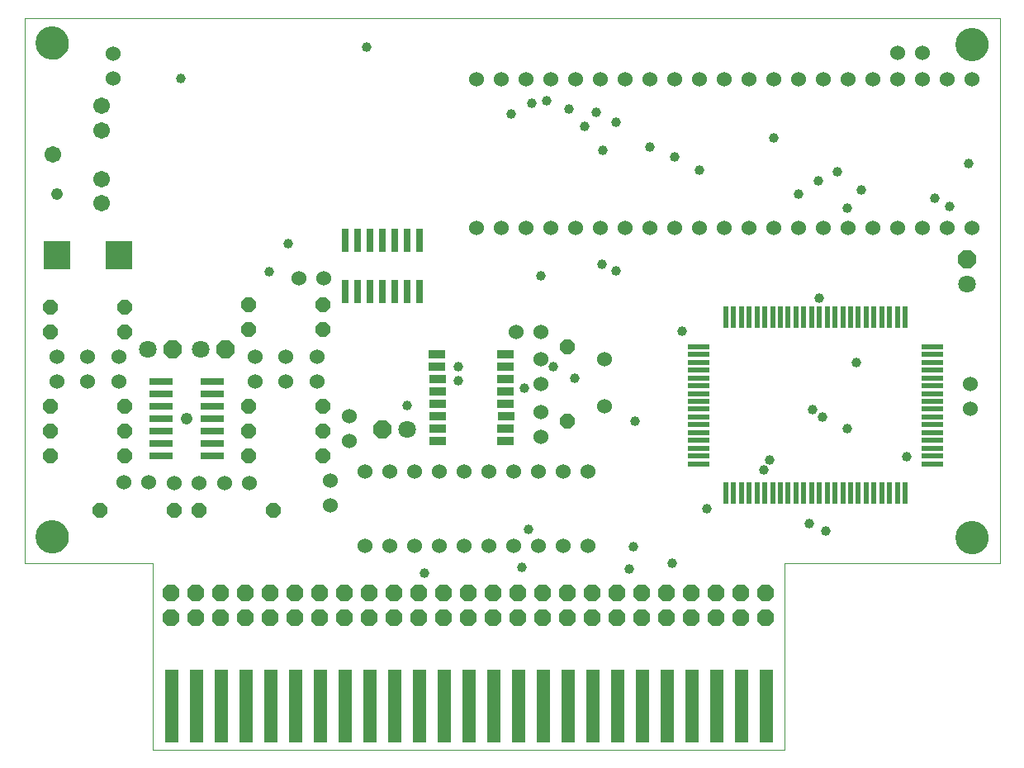
<source format=gts>
G75*
G70*
%OFA0B0*%
%FSLAX24Y24*%
%IPPOS*%
%LPD*%
%AMOC8*
5,1,8,0,0,1.08239X$1,22.5*
%
%ADD10C,0.0000*%
%ADD11R,0.0580X0.2962*%
%ADD12C,0.1340*%
%ADD13OC8,0.0680*%
%ADD14R,0.0237X0.0867*%
%ADD15R,0.0867X0.0237*%
%ADD16C,0.0600*%
%ADD17OC8,0.0600*%
%ADD18R,0.0671X0.0336*%
%ADD19R,0.0316X0.0946*%
%ADD20R,0.0946X0.0316*%
%ADD21OC8,0.0710*%
%ADD22C,0.0710*%
%ADD23C,0.0671*%
%ADD24R,0.1084X0.1143*%
%ADD25C,0.0397*%
%ADD26C,0.0476*%
D10*
X006547Y000100D02*
X006547Y007643D01*
X001362Y007643D01*
X001362Y029628D01*
X040733Y029628D01*
X040733Y007643D01*
X032047Y007643D01*
X032047Y000100D01*
X006547Y000100D01*
X001860Y008694D02*
X001862Y008744D01*
X001868Y008794D01*
X001878Y008843D01*
X001892Y008891D01*
X001909Y008938D01*
X001930Y008983D01*
X001955Y009027D01*
X001983Y009068D01*
X002015Y009107D01*
X002049Y009144D01*
X002086Y009178D01*
X002126Y009208D01*
X002168Y009235D01*
X002212Y009259D01*
X002258Y009280D01*
X002305Y009296D01*
X002353Y009309D01*
X002403Y009318D01*
X002452Y009323D01*
X002503Y009324D01*
X002553Y009321D01*
X002602Y009314D01*
X002651Y009303D01*
X002699Y009288D01*
X002745Y009270D01*
X002790Y009248D01*
X002833Y009222D01*
X002874Y009193D01*
X002913Y009161D01*
X002949Y009126D01*
X002981Y009088D01*
X003011Y009048D01*
X003038Y009005D01*
X003061Y008961D01*
X003080Y008915D01*
X003096Y008867D01*
X003108Y008818D01*
X003116Y008769D01*
X003120Y008719D01*
X003120Y008669D01*
X003116Y008619D01*
X003108Y008570D01*
X003096Y008521D01*
X003080Y008473D01*
X003061Y008427D01*
X003038Y008383D01*
X003011Y008340D01*
X002981Y008300D01*
X002949Y008262D01*
X002913Y008227D01*
X002874Y008195D01*
X002833Y008166D01*
X002790Y008140D01*
X002745Y008118D01*
X002699Y008100D01*
X002651Y008085D01*
X002602Y008074D01*
X002553Y008067D01*
X002503Y008064D01*
X002452Y008065D01*
X002403Y008070D01*
X002353Y008079D01*
X002305Y008092D01*
X002258Y008108D01*
X002212Y008129D01*
X002168Y008153D01*
X002126Y008180D01*
X002086Y008210D01*
X002049Y008244D01*
X002015Y008281D01*
X001983Y008320D01*
X001955Y008361D01*
X001930Y008405D01*
X001909Y008450D01*
X001892Y008497D01*
X001878Y008545D01*
X001868Y008594D01*
X001862Y008644D01*
X001860Y008694D01*
X001860Y028616D02*
X001862Y028666D01*
X001868Y028716D01*
X001878Y028765D01*
X001892Y028813D01*
X001909Y028860D01*
X001930Y028905D01*
X001955Y028949D01*
X001983Y028990D01*
X002015Y029029D01*
X002049Y029066D01*
X002086Y029100D01*
X002126Y029130D01*
X002168Y029157D01*
X002212Y029181D01*
X002258Y029202D01*
X002305Y029218D01*
X002353Y029231D01*
X002403Y029240D01*
X002452Y029245D01*
X002503Y029246D01*
X002553Y029243D01*
X002602Y029236D01*
X002651Y029225D01*
X002699Y029210D01*
X002745Y029192D01*
X002790Y029170D01*
X002833Y029144D01*
X002874Y029115D01*
X002913Y029083D01*
X002949Y029048D01*
X002981Y029010D01*
X003011Y028970D01*
X003038Y028927D01*
X003061Y028883D01*
X003080Y028837D01*
X003096Y028789D01*
X003108Y028740D01*
X003116Y028691D01*
X003120Y028641D01*
X003120Y028591D01*
X003116Y028541D01*
X003108Y028492D01*
X003096Y028443D01*
X003080Y028395D01*
X003061Y028349D01*
X003038Y028305D01*
X003011Y028262D01*
X002981Y028222D01*
X002949Y028184D01*
X002913Y028149D01*
X002874Y028117D01*
X002833Y028088D01*
X002790Y028062D01*
X002745Y028040D01*
X002699Y028022D01*
X002651Y028007D01*
X002602Y027996D01*
X002553Y027989D01*
X002503Y027986D01*
X002452Y027987D01*
X002403Y027992D01*
X002353Y028001D01*
X002305Y028014D01*
X002258Y028030D01*
X002212Y028051D01*
X002168Y028075D01*
X002126Y028102D01*
X002086Y028132D01*
X002049Y028166D01*
X002015Y028203D01*
X001983Y028242D01*
X001955Y028283D01*
X001930Y028327D01*
X001909Y028372D01*
X001892Y028419D01*
X001878Y028467D01*
X001868Y028516D01*
X001862Y028566D01*
X001860Y028616D01*
X038986Y028576D02*
X038988Y028626D01*
X038994Y028676D01*
X039004Y028725D01*
X039018Y028773D01*
X039035Y028820D01*
X039056Y028865D01*
X039081Y028909D01*
X039109Y028950D01*
X039141Y028989D01*
X039175Y029026D01*
X039212Y029060D01*
X039252Y029090D01*
X039294Y029117D01*
X039338Y029141D01*
X039384Y029162D01*
X039431Y029178D01*
X039479Y029191D01*
X039529Y029200D01*
X039578Y029205D01*
X039629Y029206D01*
X039679Y029203D01*
X039728Y029196D01*
X039777Y029185D01*
X039825Y029170D01*
X039871Y029152D01*
X039916Y029130D01*
X039959Y029104D01*
X040000Y029075D01*
X040039Y029043D01*
X040075Y029008D01*
X040107Y028970D01*
X040137Y028930D01*
X040164Y028887D01*
X040187Y028843D01*
X040206Y028797D01*
X040222Y028749D01*
X040234Y028700D01*
X040242Y028651D01*
X040246Y028601D01*
X040246Y028551D01*
X040242Y028501D01*
X040234Y028452D01*
X040222Y028403D01*
X040206Y028355D01*
X040187Y028309D01*
X040164Y028265D01*
X040137Y028222D01*
X040107Y028182D01*
X040075Y028144D01*
X040039Y028109D01*
X040000Y028077D01*
X039959Y028048D01*
X039916Y028022D01*
X039871Y028000D01*
X039825Y027982D01*
X039777Y027967D01*
X039728Y027956D01*
X039679Y027949D01*
X039629Y027946D01*
X039578Y027947D01*
X039529Y027952D01*
X039479Y027961D01*
X039431Y027974D01*
X039384Y027990D01*
X039338Y028011D01*
X039294Y028035D01*
X039252Y028062D01*
X039212Y028092D01*
X039175Y028126D01*
X039141Y028163D01*
X039109Y028202D01*
X039081Y028243D01*
X039056Y028287D01*
X039035Y028332D01*
X039018Y028379D01*
X039004Y028427D01*
X038994Y028476D01*
X038988Y028526D01*
X038986Y028576D01*
X038986Y008655D02*
X038988Y008705D01*
X038994Y008755D01*
X039004Y008804D01*
X039018Y008852D01*
X039035Y008899D01*
X039056Y008944D01*
X039081Y008988D01*
X039109Y009029D01*
X039141Y009068D01*
X039175Y009105D01*
X039212Y009139D01*
X039252Y009169D01*
X039294Y009196D01*
X039338Y009220D01*
X039384Y009241D01*
X039431Y009257D01*
X039479Y009270D01*
X039529Y009279D01*
X039578Y009284D01*
X039629Y009285D01*
X039679Y009282D01*
X039728Y009275D01*
X039777Y009264D01*
X039825Y009249D01*
X039871Y009231D01*
X039916Y009209D01*
X039959Y009183D01*
X040000Y009154D01*
X040039Y009122D01*
X040075Y009087D01*
X040107Y009049D01*
X040137Y009009D01*
X040164Y008966D01*
X040187Y008922D01*
X040206Y008876D01*
X040222Y008828D01*
X040234Y008779D01*
X040242Y008730D01*
X040246Y008680D01*
X040246Y008630D01*
X040242Y008580D01*
X040234Y008531D01*
X040222Y008482D01*
X040206Y008434D01*
X040187Y008388D01*
X040164Y008344D01*
X040137Y008301D01*
X040107Y008261D01*
X040075Y008223D01*
X040039Y008188D01*
X040000Y008156D01*
X039959Y008127D01*
X039916Y008101D01*
X039871Y008079D01*
X039825Y008061D01*
X039777Y008046D01*
X039728Y008035D01*
X039679Y008028D01*
X039629Y008025D01*
X039578Y008026D01*
X039529Y008031D01*
X039479Y008040D01*
X039431Y008053D01*
X039384Y008069D01*
X039338Y008090D01*
X039294Y008114D01*
X039252Y008141D01*
X039212Y008171D01*
X039175Y008205D01*
X039141Y008242D01*
X039109Y008281D01*
X039081Y008322D01*
X039056Y008366D01*
X039035Y008411D01*
X039018Y008458D01*
X039004Y008506D01*
X038994Y008555D01*
X038988Y008605D01*
X038986Y008655D01*
D11*
X031297Y001859D03*
X030297Y001859D03*
X029297Y001859D03*
X028297Y001859D03*
X027297Y001859D03*
X026297Y001859D03*
X025297Y001859D03*
X024297Y001859D03*
X023297Y001859D03*
X022297Y001859D03*
X021297Y001859D03*
X020297Y001859D03*
X019297Y001859D03*
X018297Y001859D03*
X017297Y001859D03*
X016297Y001859D03*
X015297Y001859D03*
X014297Y001859D03*
X013297Y001859D03*
X012297Y001859D03*
X011297Y001859D03*
X010297Y001859D03*
X009297Y001859D03*
X008297Y001859D03*
X007297Y001859D03*
D12*
X002490Y008694D03*
X002490Y028616D03*
X039616Y028576D03*
X039616Y008655D03*
D13*
X031290Y006431D03*
X030290Y006431D03*
X030290Y005431D03*
X031290Y005431D03*
X029290Y005431D03*
X028290Y005431D03*
X028290Y006431D03*
X029290Y006431D03*
X027290Y006431D03*
X026290Y006431D03*
X026290Y005431D03*
X027290Y005431D03*
X025290Y005431D03*
X024290Y005431D03*
X023290Y005431D03*
X023290Y006431D03*
X024290Y006431D03*
X025290Y006431D03*
X022290Y006431D03*
X021290Y006431D03*
X021290Y005431D03*
X022290Y005431D03*
X020290Y005431D03*
X019290Y005431D03*
X019290Y006431D03*
X020290Y006431D03*
X018290Y006431D03*
X017290Y006431D03*
X017290Y005431D03*
X018290Y005431D03*
X016290Y005431D03*
X015290Y005431D03*
X015290Y006431D03*
X016290Y006431D03*
X014290Y006431D03*
X013290Y006431D03*
X012290Y006431D03*
X012290Y005431D03*
X013290Y005431D03*
X014290Y005431D03*
X011290Y005431D03*
X010290Y005431D03*
X010290Y006431D03*
X011290Y006431D03*
X009290Y006431D03*
X008290Y006431D03*
X008290Y005431D03*
X009290Y005431D03*
X007290Y005431D03*
X007290Y006431D03*
D14*
X029671Y010462D03*
X029986Y010462D03*
X030301Y010462D03*
X030616Y010462D03*
X030931Y010462D03*
X031246Y010462D03*
X031561Y010462D03*
X031876Y010462D03*
X032191Y010462D03*
X032506Y010462D03*
X032821Y010462D03*
X033136Y010462D03*
X033451Y010462D03*
X033766Y010462D03*
X034081Y010462D03*
X034396Y010462D03*
X034711Y010462D03*
X035026Y010462D03*
X035341Y010462D03*
X035656Y010462D03*
X035971Y010462D03*
X036286Y010462D03*
X036601Y010462D03*
X036916Y010462D03*
X036916Y017549D03*
X036601Y017549D03*
X036286Y017549D03*
X035971Y017549D03*
X035656Y017549D03*
X035341Y017549D03*
X035026Y017549D03*
X034711Y017549D03*
X034396Y017549D03*
X034081Y017549D03*
X033766Y017549D03*
X033451Y017549D03*
X033136Y017549D03*
X032821Y017549D03*
X032506Y017549D03*
X032191Y017549D03*
X031876Y017549D03*
X031561Y017549D03*
X031246Y017549D03*
X030931Y017549D03*
X030616Y017549D03*
X030301Y017549D03*
X029986Y017549D03*
X029671Y017549D03*
D15*
X028569Y016368D03*
X028569Y016053D03*
X028569Y015738D03*
X028569Y015423D03*
X028569Y015108D03*
X028569Y014793D03*
X028569Y014478D03*
X028569Y014163D03*
X028569Y013848D03*
X028569Y013533D03*
X028569Y013218D03*
X028569Y012903D03*
X028569Y012588D03*
X028569Y012273D03*
X028569Y011958D03*
X028569Y011643D03*
X038018Y011643D03*
X038018Y011958D03*
X038018Y012273D03*
X038018Y012588D03*
X038018Y012903D03*
X038018Y013218D03*
X038018Y013533D03*
X038018Y013848D03*
X038018Y014163D03*
X038018Y014478D03*
X038018Y014793D03*
X038018Y015108D03*
X038018Y015423D03*
X038018Y015738D03*
X038018Y016053D03*
X038018Y016368D03*
D16*
X039549Y014852D03*
X039549Y013852D03*
X039609Y021163D03*
X038609Y021163D03*
X037609Y021163D03*
X036609Y021163D03*
X035609Y021163D03*
X034609Y021163D03*
X033609Y021163D03*
X032609Y021163D03*
X031609Y021163D03*
X030609Y021163D03*
X029609Y021163D03*
X028609Y021163D03*
X027609Y021163D03*
X026609Y021163D03*
X025609Y021163D03*
X024609Y021163D03*
X023609Y021163D03*
X022609Y021163D03*
X021609Y021163D03*
X020609Y021163D03*
X019609Y021163D03*
X021211Y016970D03*
X022211Y016970D03*
X022203Y015856D03*
X022203Y014856D03*
X022223Y013730D03*
X022223Y012730D03*
X022112Y011320D03*
X023112Y011320D03*
X024112Y011320D03*
X021112Y011320D03*
X020112Y011320D03*
X019112Y011320D03*
X018112Y011320D03*
X017112Y011320D03*
X016112Y011320D03*
X015112Y011320D03*
X014486Y012569D03*
X014486Y013569D03*
X013168Y014954D03*
X013168Y015954D03*
X011927Y015974D03*
X011927Y014974D03*
X010668Y014974D03*
X010668Y015974D03*
X012455Y019139D03*
X013455Y019139D03*
X005166Y015970D03*
X005166Y014970D03*
X003916Y014970D03*
X003916Y015970D03*
X002666Y015970D03*
X002666Y014970D03*
X005368Y010883D03*
X006368Y010883D03*
X007396Y010876D03*
X008396Y010876D03*
X009433Y010872D03*
X010433Y010872D03*
X013719Y010954D03*
X013719Y009954D03*
X015112Y008320D03*
X016112Y008320D03*
X017112Y008320D03*
X018112Y008320D03*
X019112Y008320D03*
X020112Y008320D03*
X021112Y008320D03*
X022112Y008320D03*
X023112Y008320D03*
X024112Y008320D03*
X024764Y013973D03*
X024764Y015873D03*
X024609Y027163D03*
X025609Y027163D03*
X026609Y027163D03*
X027609Y027163D03*
X028609Y027163D03*
X029609Y027163D03*
X030609Y027163D03*
X031609Y027163D03*
X032609Y027163D03*
X033609Y027163D03*
X034609Y027163D03*
X035609Y027163D03*
X036609Y027163D03*
X037609Y027163D03*
X038609Y027163D03*
X039609Y027163D03*
X037609Y028234D03*
X036609Y028234D03*
X023609Y027163D03*
X022609Y027163D03*
X021609Y027163D03*
X020609Y027163D03*
X019609Y027163D03*
X004931Y027187D03*
X004931Y028187D03*
D17*
X005416Y017970D03*
X005416Y016970D03*
X002416Y016970D03*
X002416Y017970D03*
X002416Y013970D03*
X002416Y012970D03*
X002416Y011970D03*
X004398Y009773D03*
X005416Y011970D03*
X005416Y012970D03*
X005416Y013970D03*
X010416Y013970D03*
X010416Y012970D03*
X010416Y011970D03*
X013416Y011970D03*
X013416Y012970D03*
X013416Y013970D03*
X013416Y017049D03*
X013416Y018053D03*
X010416Y018053D03*
X010416Y017049D03*
X011406Y009773D03*
X008406Y009773D03*
X007398Y009773D03*
X023276Y013372D03*
X023276Y016372D03*
D18*
X020788Y016051D03*
X020788Y015551D03*
X020792Y015051D03*
X020792Y014551D03*
X020792Y014051D03*
X020796Y013551D03*
X020792Y013051D03*
X020792Y012551D03*
X018032Y012551D03*
X018032Y013051D03*
X018032Y013551D03*
X018028Y014051D03*
X018028Y014551D03*
X018028Y015051D03*
X018024Y015551D03*
X018024Y016051D03*
D19*
X017305Y018604D03*
X016805Y018604D03*
X016305Y018604D03*
X015805Y018604D03*
X015305Y018604D03*
X014805Y018604D03*
X014305Y018604D03*
X014305Y020651D03*
X014805Y020651D03*
X015305Y020651D03*
X015805Y020651D03*
X016305Y020651D03*
X016805Y020651D03*
X017305Y020651D03*
D20*
X008939Y014970D03*
X008939Y014470D03*
X008939Y013970D03*
X008939Y013470D03*
X008939Y012970D03*
X008939Y012470D03*
X008939Y011970D03*
X006892Y011970D03*
X006892Y012470D03*
X006892Y012970D03*
X006892Y013470D03*
X006892Y013970D03*
X006892Y014470D03*
X006892Y014970D03*
D21*
X007357Y016261D03*
X009475Y016261D03*
X015797Y013031D03*
X039427Y019883D03*
D22*
X039427Y018883D03*
X016797Y013031D03*
X008475Y016261D03*
X006357Y016261D03*
D23*
X004471Y022147D03*
X004471Y023131D03*
X002502Y024116D03*
X004471Y025100D03*
X004471Y026084D03*
D24*
X005177Y020072D03*
X002677Y020072D03*
D25*
X011258Y019411D03*
X012018Y020529D03*
X018872Y015545D03*
X018864Y014994D03*
X016813Y013990D03*
X021538Y014706D03*
X022695Y015572D03*
X023561Y015100D03*
X026002Y013368D03*
X028916Y009824D03*
X031199Y011399D03*
X031435Y011793D03*
X033561Y013525D03*
X033168Y013840D03*
X034585Y013053D03*
X036990Y011923D03*
X033695Y008919D03*
X033057Y009238D03*
X027498Y007620D03*
X025939Y008301D03*
X025766Y007383D03*
X021699Y009009D03*
X021435Y007462D03*
X017498Y007226D03*
X027896Y016994D03*
X025238Y019415D03*
X024675Y019706D03*
X022199Y019242D03*
X027609Y024025D03*
X026612Y024443D03*
X025231Y025427D03*
X024443Y025824D03*
X023975Y025265D03*
X023357Y025966D03*
X022443Y026301D03*
X021849Y026210D03*
X021026Y025754D03*
X024723Y024293D03*
X028609Y023509D03*
X031609Y024801D03*
X033400Y023053D03*
X034187Y023419D03*
X035132Y022706D03*
X034593Y021966D03*
X032609Y022533D03*
X033451Y018340D03*
X034955Y015738D03*
X038727Y022033D03*
X038105Y022348D03*
X039471Y023777D03*
X015175Y028462D03*
X007671Y027206D03*
D26*
X002679Y022537D03*
X007896Y013466D03*
M02*

</source>
